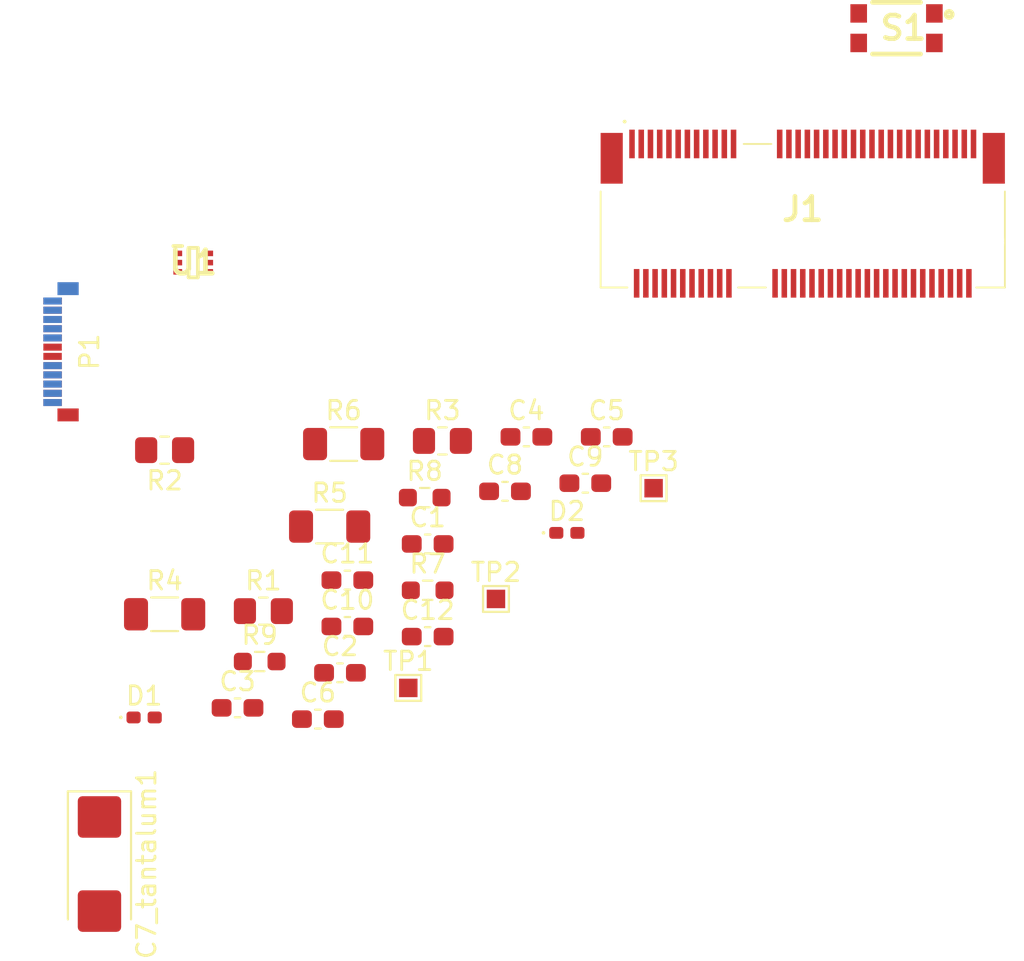
<source format=kicad_pcb>
(kicad_pcb (version 20211014) (generator pcbnew)
  (layers (0 "F.Cu" signal) (31 "B.Cu" signal) (34 "B.Paste" user) (35 "F.Paste" user) (36 "B.SilkS" user "B.Silkscreen") (37 "F.SilkS" user "F.Silkscreen") (38 "B.Mask" user) (39 "F.Mask" user) (44 "Edge.Cuts" user))
  (net 0 "")
  (net 1 "Net-(C1-Pad1)")
  (net 2 "Net-(C1-Pad2)")
  (net 3 "Net-(C2-Pad1)")
  (net 4 "Net-(C3-Pad2)")
  (net 5 "Net-(C4-Pad2)")
  (net 6 "Net-(C5-Pad2)")
  (net 7 "Net-(C6-Pad2)")
  (net 8 "Net-(C12-Pad1)")
  (net 9 "Net-(D1-Pad1)")
  (net 10 "Net-(D1-Pad2)")
  (net 11 "Net-(D2-Pad2)")
  (net 13 "Net-(J1-Pad7)")
  (net 14 "Net-(J1-Pad9)")
  (net 17 "Net-(R1-Pad2)")
  (net 18 "Net-(R3-Pad1)")
  (net 19 "Net-(R4-Pad1)")
  (net 20 "Net-(R5-Pad1)")
  (net 21 "Net-(R6-Pad1)")
  (net 22 "Net-(J1-Pad6)")
  (net 23 "Net-(J1-Pad23)")
  (net 55 "Net-(J1-Pad66)")
  (footprint "Capacitor_Tantalum_SMD:CP_EIA-6032-28_Kemet-C_Pad2.25x2.35mm_HandSolder" (layer "F.Cu") (at 17.78 68.14 -90)
    (fp_text reference "C7_tantalum1" (at 0 -2.55 90) (layer "F.SilkS"))
    (fp_text value "100uF")
    (fp_line (start -3.935 1.71) (end 3 1.71) (layer "F.SilkS") (width 0.12))
    (fp_line (start 3 -1.71) (end -3.935 -1.71) (layer "F.SilkS") (width 0.12))
    (fp_line (start -3.935 -1.71) (end -3.935 1.71) (layer "F.SilkS") (width 0.12))
    (pad "1" smd roundrect (at -2.55 0 270) (size 2.25 2.35) (layers "F.Cu" "F.Paste" "F.Mask") (roundrect_rratio 0.111111) (net 1 "Net-(C1-Pad1)"))
    (pad "2" smd roundrect (at 2.55 0 270) (size 2.25 2.35) (layers "F.Cu" "F.Paste" "F.Mask") (roundrect_rratio 0.111111) (net 2 "Net-(C1-Pad2)"))
  )
  (footprint "Capacitor_SMD:C_0603_1608Metric_Pad1.08x0.95mm_HandSolder" (layer "F.Cu") (at 31.21 55.27)
    (fp_text reference "C10" (at 0 -1.43) (layer "F.SilkS"))
    (fp_text value "33pF")
    (fp_line (start -0.146267 -0.51) (end 0.146267 -0.51) (layer "F.SilkS") (width 0.12))
    (fp_line (start -0.146267 0.51) (end 0.146267 0.51) (layer "F.SilkS") (width 0.12))
    (pad "1" smd roundrect (at -0.8625 0) (size 1.075 0.95) (layers "F.Cu" "F.Paste" "F.Mask") (net 1 "Net-(C1-Pad1)"))
    (pad "2" smd roundrect (at 0.8625 0) (size 1.075 0.95) (layers "F.Cu" "F.Paste" "F.Mask") (net 2 "Net-(C1-Pad2)"))
  )
  (footprint "TestPoint:TestPoint_Pad_1.0x1.0mm" (layer "F.Cu") (at 34.51 58.6)
    (fp_text reference "TP1" (at 0 -1.448) (layer "F.SilkS"))
    (fp_text value "VCC")
    (fp_line (start -0.7 -0.7) (end 0.7 -0.7) (layer "F.SilkS") (width 0.12))
    (fp_line (start 0.7 0.7) (end -0.7 0.7) (layer "F.SilkS") (width 0.12))
    (fp_line (start -0.7 0.7) (end -0.7 -0.7) (layer "F.SilkS") (width 0.12))
    (fp_line (start 0.7 -0.7) (end 0.7 0.7) (layer "F.SilkS") (width 0.12))
    (pad "1" smd rect (at 0 0) (size 1 1) (layers "F.Cu" "F.Mask") (net 1 "Net-(C1-Pad1)"))
  )
  (footprint "Resistor_SMD:R_1206_3216Metric_Pad1.30x1.75mm_HandSolder" (layer "F.Cu") (at 31.01 45.39)
    (fp_text reference "R6" (at 0 -1.82) (layer "F.SilkS"))
    (fp_text value "47R")
    (fp_line (start -0.727064 0.91) (end 0.727064 0.91) (layer "F.SilkS") (width 0.12))
    (fp_line (start -0.727064 -0.91) (end 0.727064 -0.91) (layer "F.SilkS") (width 0.12))
    (pad "1" smd roundrect (at -1.55 0) (size 1.3 1.75) (layers "F.Cu" "F.Paste" "F.Mask") (roundrect_rratio 0.192308) (net 21 "Net-(R6-Pad1)"))
    (pad "2" smd roundrect (at 1.55 0) (size 1.3 1.75) (layers "F.Cu" "F.Paste" "F.Mask") (roundrect_rratio 0.192308) (net 5 "Net-(C4-Pad2)"))
  )
  (footprint "Resistor_SMD:R_0603_1608Metric_Pad0.98x0.95mm_HandSolder" (layer "F.Cu") (at 35.56 53.31)
    (fp_text reference "R7" (at 0 -1.43) (layer "F.SilkS"))
    (fp_text value "330R")
    (fp_line (start -0.254724 -0.5225) (end 0.254724 -0.5225) (layer "F.SilkS") (width 0.12))
    (fp_line (start -0.254724 0.5225) (end 0.254724 0.5225) (layer "F.SilkS") (width 0.12))
    (pad "1" smd roundrect (at -0.9125 0) (size 0.975 0.95) (layers "F.Cu" "F.Paste" "F.Mask") (net 1 "Net-(C1-Pad1)"))
    (pad "2" smd roundrect (at 0.9125 0) (size 0.975 0.95) (layers "F.Cu" "F.Paste" "F.Mask") (net 10 "Net-(D1-Pad2)"))
  )
  (footprint "Capacitor_SMD:C_0603_1608Metric_Pad1.08x0.95mm_HandSolder" (layer "F.Cu") (at 45.26 45)
    (fp_text reference "C5" (at 0 -1.43) (layer "F.SilkS"))
    (fp_text value "33pF")
    (fp_line (start -0.146267 0.51) (end 0.146267 0.51) (layer "F.SilkS") (width 0.12))
    (fp_line (start -0.146267 -0.51) (end 0.146267 -0.51) (layer "F.SilkS") (width 0.12))
    (pad "1" smd roundrect (at -0.8625 0) (size 1.075 0.95) (layers "F.Cu" "F.Paste" "F.Mask") (net 2 "Net-(C1-Pad2)"))
    (pad "2" smd roundrect (at 0.8625 0) (size 1.075 0.95) (layers "F.Cu" "F.Paste" "F.Mask") (net 6 "Net-(C5-Pad2)"))
  )
  (footprint "Capacitor_SMD:C_0603_1608Metric_Pad1.08x0.95mm_HandSolder" (layer "F.Cu") (at 39.75 47.95)
    (fp_text reference "C8" (at 0 -1.43) (layer "F.SilkS"))
    (fp_text value "1uF")
    (fp_line (start -0.146267 0.51) (end 0.146267 0.51) (layer "F.SilkS") (width 0.12))
    (fp_line (start -0.146267 -0.51) (end 0.146267 -0.51) (layer "F.SilkS") (width 0.12))
    (pad "1" smd roundrect (at -0.8625 0) (size 1.075 0.95) (layers "F.Cu" "F.Paste" "F.Mask") (net 1 "Net-(C1-Pad1)"))
    (pad "2" smd roundrect (at 0.8625 0) (size 1.075 0.95) (layers "F.Cu" "F.Paste" "F.Mask") (net 2 "Net-(C1-Pad2)"))
  )
  (footprint "Capacitor_SMD:C_0603_1608Metric_Pad1.08x0.95mm_HandSolder" (layer "F.Cu") (at 29.61 60.29)
    (fp_text reference "C6" (at 0 -1.43) (layer "F.SilkS"))
    (fp_text value "100nF")
    (fp_line (start -0.146267 0.51) (end 0.146267 0.51) (layer "F.SilkS") (width 0.12))
    (fp_line (start -0.146267 -0.51) (end 0.146267 -0.51) (layer "F.SilkS") (width 0.12))
    (pad "1" smd roundrect (at -0.8625 0) (size 1.075 0.95) (layers "F.Cu" "F.Paste" "F.Mask") (net 2 "Net-(C1-Pad2)"))
    (pad "2" smd roundrect (at 0.8625 0) (size 1.075 0.95) (layers "F.Cu" "F.Paste" "F.Mask") (net 7 "Net-(C6-Pad2)"))
  )
  (footprint "Diode_SMD:D_0402_1005Metric_Pad0.77x0.64mm_HandSolder" (layer "F.Cu") (at 43.1 50.2)
    (fp_text reference "D2" (at 0 -1.17) (layer "F.SilkS"))
    (fp_text value "LED_VCC")
    (fp_circle (center -1.265 0) (end -1.215 0) (layer "F.SilkS") (width 0.1) (fill none))
    (pad "1" smd roundrect (at -0.5725 0) (size 0.765 0.64) (layers "F.Cu" "F.Paste" "F.Mask") (net 2 "Net-(C1-Pad2)"))
    (pad "2" smd roundrect (at 0.5725 0) (size 0.765 0.64) (layers "F.Cu" "F.Paste" "F.Mask") (net 11 "Net-(D2-Pad2)"))
  )
  (footprint "Resistor_SMD:R_1206_3216Metric_Pad1.30x1.75mm_HandSolder" (layer "F.Cu") (at 21.31 54.61)
    (fp_text reference "R4" (at 0 -1.82) (layer "F.SilkS"))
    (fp_text value "47R")
    (fp_line (start -0.727064 0.91) (end 0.727064 0.91) (layer "F.SilkS") (width 0.12))
    (fp_line (start -0.727064 -0.91) (end 0.727064 -0.91) (layer "F.SilkS") (width 0.12))
    (pad "1" smd roundrect (at -1.55 0) (size 1.3 1.75) (layers "F.Cu" "F.Paste" "F.Mask") (roundrect_rratio 0.192308) (net 19 "Net-(R4-Pad1)"))
    (pad "2" smd roundrect (at 1.55 0) (size 1.3 1.75) (layers "F.Cu" "F.Paste" "F.Mask") (roundrect_rratio 0.192308) (net 6 "Net-(C5-Pad2)"))
  )
  (footprint "Capacitor_SMD:C_0603_1608Metric_Pad1.08x0.95mm_HandSolder" (layer "F.Cu") (at 40.91 45)
    (fp_text reference "C4" (at 0 -1.43) (layer "F.SilkS"))
    (fp_text value "33pF")
    (fp_line (start -0.146267 -0.51) (end 0.146267 -0.51) (layer "F.SilkS") (width 0.12))
    (fp_line (start -0.146267 0.51) (end 0.146267 0.51) (layer "F.SilkS") (width 0.12))
    (pad "1" smd roundrect (at -0.8625 0) (size 1.075 0.95) (layers "F.Cu" "F.Paste" "F.Mask") (net 2 "Net-(C1-Pad2)"))
    (pad "2" smd roundrect (at 0.8625 0) (size 1.075 0.95) (layers "F.Cu" "F.Paste" "F.Mask") (net 5 "Net-(C4-Pad2)"))
  )
  (footprint "TestPoint:TestPoint_Pad_1.0x1.0mm" (layer "F.Cu") (at 47.8 47.78)
    (fp_text reference "TP3" (at 0 -1.448) (layer "F.SilkS"))
    (fp_text value "PGOOD")
    (fp_line (start -0.7 -0.7) (end 0.7 -0.7) (layer "F.SilkS") (width 0.12))
    (fp_line (start 0.7 0.7) (end -0.7 0.7) (layer "F.SilkS") (width 0.12))
    (fp_line (start -0.7 0.7) (end -0.7 -0.7) (layer "F.SilkS") (width 0.12))
    (fp_line (start 0.7 -0.7) (end 0.7 0.7) (layer "F.SilkS") (width 0.12))
    (pad "1" smd rect (at 0 0) (size 1 1) (layers "F.Cu" "F.Mask") (net 18 "Net-(R3-Pad1)"))
  )
  (footprint "Capacitor_SMD:C_0603_1608Metric_Pad1.08x0.95mm_HandSolder" (layer "F.Cu") (at 31.21 52.76)
    (fp_text reference "C11" (at 0 -1.43) (layer "F.SilkS"))
    (fp_text value "10pF")
    (fp_line (start -0.146267 0.51) (end 0.146267 0.51) (layer "F.SilkS") (width 0.12))
    (fp_line (start -0.146267 -0.51) (end 0.146267 -0.51) (layer "F.SilkS") (width 0.12))
    (pad "1" smd roundrect (at -0.8625 0) (size 1.075 0.95) (layers "F.Cu" "F.Paste" "F.Mask") (net 1 "Net-(C1-Pad1)"))
    (pad "2" smd roundrect (at 0.8625 0) (size 1.075 0.95) (layers "F.Cu" "F.Paste" "F.Mask") (net 2 "Net-(C1-Pad2)"))
  )
  (footprint "Capacitor_SMD:C_0603_1608Metric_Pad1.08x0.95mm_HandSolder" (layer "F.Cu") (at 35.56 50.8)
    (fp_text reference "C1" (at 0 -1.43) (layer "F.SilkS"))
    (fp_text value "22uF")
    (fp_line (start -0.146267 0.51) (end 0.146267 0.51) (layer "F.SilkS") (width 0.12))
    (fp_line (start -0.146267 -0.51) (end 0.146267 -0.51) (layer "F.SilkS") (width 0.12))
    (pad "1" smd roundrect (at -0.8625 0) (size 1.075 0.95) (layers "F.Cu" "F.Paste" "F.Mask") (net 1 "Net-(C1-Pad1)"))
    (pad "2" smd roundrect (at 0.8625 0) (size 1.075 0.95) (layers "F.Cu" "F.Paste" "F.Mask") (net 2 "Net-(C1-Pad2)"))
  )
  (footprint "TPS:SOTFL50P160X60-6N" (layer "F.Cu") (at 22.86 35.56)
    (fp_text reference "U1" (at 0 0) (layer "F.SilkS") (effects (font (size 1.27 1.27) (thickness 0.254))))
    (fp_text value "TPS62A02ADRLR" hide)
    (fp_line (start -0.25 0.8) (end -0.25 -0.8) (layer "F.SilkS") (width 0.2))
    (fp_line (start 0.25 -0.8) (end 0.25 0.8) (layer "F.SilkS") (width 0.2))
    (fp_line (start -0.25 -0.8) (end 0.25 -0.8) (layer "F.SilkS") (width 0.2))
    (fp_line (start -1.075 -0.9) (end -0.6 -0.9) (layer "F.SilkS") (width 0.2))
    (fp_line (start 0.25 0.8) (end -0.25 0.8) (layer "F.SilkS") (width 0.2))
    (pad "1" smd rect locked (at -0.838 -0.5 90) (size 0.3 0.475) (layers "F.Cu" "F.Paste" "F.Mask") (net 2 "Net-(C1-Pad2)"))
    (pad "2" smd rect locked (at -0.838 0 90) (size 0.3 0.475) (layers "F.Cu" "F.Paste" "F.Mask") (net 1 "Net-(C1-Pad1)"))
    (pad "3" smd rect locked (at -0.838 0.5 90) (size 0.3 0.475) (layers "F.Cu" "F.Paste" "F.Mask") (net 3 "Net-(C2-Pad1)"))
    (pad "4" smd rect locked (at 0.838 0.5 90) (size 0.3 0.475) (layers "F.Cu" "F.Paste" "F.Mask") (net 3 "Net-(C2-Pad1)"))
    (pad "5" smd rect locked (at 0.838 0 90) (size 0.3 0.475) (layers "F.Cu" "F.Paste" "F.Mask") (net 17 "Net-(R1-Pad2)"))
    (pad "6" smd rect locked (at 0.838 -0.5 90) (size 0.3 0.475) (layers "F.Cu" "F.Paste" "F.Mask") (net 18 "Net-(R3-Pad1)"))
  )
  (footprint "Connector_USB:USB_C_Plug_Molex_105444" (layer "F.Cu") (at 15.2 40.39 90)
    (fp_text reference "P1" (at 0 2.04 90) (layer "F.SilkS"))
    (fp_text value "USB_C_Plug_USB2.0")
    (pad "A1" smd rect (at -2.75 0.04 90) (size 0.38 1) (layers "F.Cu" "F.Paste" "F.Mask") (net 2 "Net-(C1-Pad2)"))
    (pad "A2" smd rect (at -2.25 0.04 90) (size 0.38 1) (layers "F.Cu" "F.Paste" "F.Mask"))
    (pad "A3" smd rect (at -1.75 0.04 90) (size 0.38 1) (layers "F.Cu" "F.Paste" "F.Mask"))
    (pad "A4" smd rect (at -1.25 0.04 90) (size 0.38 1) (layers "F.Cu" "F.Paste" "F.Mask") (net 3 "Net-(C2-Pad1)"))
    (pad "A5" smd rect (at -0.75 0.04 90) (size 0.38 1) (layers "F.Cu" "F.Paste" "F.Mask"))
    (pad "A6" smd rect (at -0.25 0.04 90) (size 0.38 1) (layers "F.Cu" "F.Paste" "F.Mask") (net 13 "Net-(J1-Pad7)"))
    (pad "A7" smd rect (at 0.25 0.04 90) (size 0.38 1) (layers "F.Cu" "F.Paste" "F.Mask") (net 14 "Net-(J1-Pad9)"))
    (pad "A8" smd rect (at 0.75 0.04 90) (size 0.38 1) (layers "F.Cu" "F.Paste" "F.Mask"))
    (pad "A9" smd rect (at 1.25 0.04 90) (size 0.38 1) (layers "F.Cu" "F.Paste" "F.Mask") (net 3 "Net-(C2-Pad1)"))
    (pad "A10" smd rect (at 1.75 0.04 90) (size 0.38 1) (layers "F.Cu" "F.Paste" "F.Mask"))
    (pad "A11" smd rect (at 2.25 0.04 90) (size 0.38 1) (layers "F.Cu" "F.Paste" "F.Mask"))
    (pad "A12" smd rect (at 2.75 0.04 90) (size 0.38 1) (layers "F.Cu" "F.Paste" "F.Mask") (net 2 "Net-(C1-Pad2)"))
    (pad "B1" smd rect (at 2.75 0.04 90) (size 0.38 1) (layers "B.Cu" "B.Paste" "B.Mask") (net 2 "Net-(C1-Pad2)"))
    (pad "B2" smd rect (at 2.25 0.04 90) (size 0.38 1) (layers "B.Cu" "B.Paste" "B.Mask"))
    (pad "B3" smd rect (at 1.75 0.04 90) (size 0.38 1) (layers "B.Cu" "B.Paste" "B.Mask"))
    (pad "B4" smd rect (at 1.25 0.04 90) (size 0.38 1) (layers "B.Cu" "B.Paste" "B.Mask") (net 3 "Net-(C2-Pad1)"))
    (pad "B5" smd rect (at 0.75 0.04 90) (size 0.38 1) (layers "B.Cu" "B.Paste" "B.Mask"))
    (pad "B8" smd rect (at -0.75 0.04 90) (size 0.38 1) (layers "B.Cu" "B.Paste" "B.Mask"))
    (pad "B9" smd rect (at -1.25 0.04 90) (size 0.38 1) (layers "B.Cu" "B.Paste" "B.Mask") (net 3 "Net-(C2-Pad1)"))
    (pad "B10" smd rect (at -1.75 0.04 90) (size 0.38 1) (layers "B.Cu" "B.Paste" "B.Mask"))
    (pad "B11" smd rect (at -2.25 0.04 90) (size 0.38 1) (layers "B.Cu" "B.Paste" "B.Mask"))
    (pad "B12" smd rect (at -2.75 0.04 90) (size 0.38 1) (layers "B.Cu" "B.Paste" "B.Mask") (net 2 "Net-(C1-Pad2)"))
    (pad "S1" smd rect (at 3.42 0.88 90) (size 0.7 1.15) (layers "B.Cu" "B.Paste" "B.Mask"))
    (pad "S1" smd rect (at -3.42 0.88 90) (size 0.7 1.15) (layers "F.Cu" "F.Paste" "F.Mask"))
  )
  (footprint "Diode_SMD:D_0402_1005Metric_Pad0.77x0.64mm_HandSolder" (layer "F.Cu") (at 20.2 60.2)
    (fp_text reference "D1" (at 0 -1.17) (layer "F.SilkS"))
    (fp_text value "LED_WWAN")
    (fp_circle (center -1.265 0) (end -1.215 0) (layer "F.SilkS") (width 0.1) (fill none))
    (pad "1" smd roundrect (at -0.5725 0) (size 0.765 0.64) (layers "F.Cu" "F.Paste" "F.Mask") (net 9 "Net-(D1-Pad1)"))
    (pad "2" smd roundrect (at 0.5725 0) (size 0.765 0.64) (layers "F.Cu" "F.Paste" "F.Mask") (net 10 "Net-(D1-Pad2)"))
  )
  (footprint "Resistor_SMD:R_0603_1608Metric_Pad0.98x0.95mm_HandSolder" (layer "F.Cu") (at 26.46 57.17)
    (fp_text reference "R9" (at 0 -1.43) (layer "F.SilkS"))
    (fp_text value "330R")
    (fp_line (start -0.254724 -0.5225) (end 0.254724 -0.5225) (layer "F.SilkS") (width 0.12))
    (fp_line (start -0.254724 0.5225) (end 0.254724 0.5225) (layer "F.SilkS") (width 0.12))
    (pad "1" smd roundrect (at -0.9125 0) (size 0.975 0.95) (layers "F.Cu" "F.Paste" "F.Mask") (net 1 "Net-(C1-Pad1)"))
    (pad "2" smd roundrect (at 0.9125 0) (size 0.975 0.95) (layers "F.Cu" "F.Paste" "F.Mask") (net 22 "Net-(J1-Pad6)"))
  )
  (footprint "NGFF:21991194" (layer "F.Cu") (at 55.88 33.02)
    (fp_text reference "J1" (at 0 -0.356) (layer "F.SilkS") (effects (font (size 1.27 1.27) (thickness 0.254))))
    (fp_text value "Bus_M.2_Socket_B" hide)
    (fp_line (start 10.95 3.888) (end 9.4 3.888) (layer "F.SilkS") (width 0.1))
    (fp_line (start -10.95 3.888) (end -9.5 3.888) (layer "F.SilkS") (width 0.1))
    (fp_line (start -9.6 -5.1) (end -9.6 -5.1) (layer "F.SilkS") (width 0.1))
    (fp_line (start -3.2 -3.888) (end -1.7 -3.888) (layer "F.SilkS") (width 0.1))
    (fp_line (start 10.95 -1.312) (end 10.95 3.888) (layer "F.SilkS") (width 0.1))
    (fp_line (start -10.95 -1.312) (end -10.95 3.888) (layer "F.SilkS") (width 0.1))
    (fp_line (start -3.5 3.888) (end -2 3.888) (layer "F.SilkS") (width 0.1))
    (fp_line (start -9.7 -5.1) (end -9.7 -5.1) (layer "F.SilkS") (width 0.1))
    (fp_arc (start -9.7 -5.1) (mid -9.65 -5.15) (end -9.6 -5.1) (layer "F.SilkS") (width 0.1))
    (fp_arc (start -9.6 -5.1) (mid -9.65 -5.05) (end -9.7 -5.1) (layer "F.SilkS") (width 0.1))
    (pad "" np_thru_hole circle locked (at -10 1.387) (size 1.15 1.15) (drill 1.15) (layers *.Cu *.Mask))
    (pad "" np_thru_hole circle locked (at 10 1.387) (size 1.65 1.65) (drill 1.65) (layers *.Cu *.Mask))
    (pad "1" smd rect locked (at -9.25 -3.888) (size 0.3 1.55) (layers "F.Cu" "F.Paste" "F.Mask"))
    (pad "2" smd rect locked (at -9 3.662) (size 0.3 1.55) (layers "F.Cu" "F.Paste" "F.Mask") (net 1 "Net-(C1-Pad1)"))
    (pad "3" smd rect locked (at -8.75 -3.888) (size 0.3 1.55) (layers "F.Cu" "F.Paste" "F.Mask") (net 2 "Net-(C1-Pad2)"))
    (pad "4" smd rect locked (at -8.5 3.662) (size 0.3 1.55) (layers "F.Cu" "F.Paste" "F.Mask") (net 1 "Net-(C1-Pad1)"))
    (pad "5" smd rect locked (at -8.25 -3.888) (size 0.3 1.55) (layers "F.Cu" "F.Paste" "F.Mask") (net 2 "Net-(C1-Pad2)"))
    (pad "6" smd rect locked (at -8 3.662) (size 0.3 1.55) (layers "F.Cu" "F.Paste" "F.Mask") (net 22 "Net-(J1-Pad6)"))
    (pad "7" smd rect locked (at -7.75 -3.888) (size 0.3 1.55) (layers "F.Cu" "F.Paste" "F.Mask") (net 13 "Net-(J1-Pad7)"))
    (pad "8" smd rect locked (at -7.5 3.662) (size 0.3 1.55) (layers "F.Cu" "F.Paste" "F.Mask"))
    (pad "9" smd rect locked (at -7.25 -3.888) (size 0.3 1.55) (layers "F.Cu" "F.Paste" "F.Mask") (net 14 "Net-(J1-Pad9)"))
    (pad "10" smd rect locked (at -7 3.662) (size 0.3 1.55) (layers "F.Cu" "F.Paste" "F.Mask") (net 9 "Net-(D1-Pad1)"))
    (pad "11" smd rect locked (at -6.75 -3.888) (size 0.3 1.55) (layers "F.Cu" "F.Paste" "F.Mask") (net 2 "Net-(C1-Pad2)"))
    (pad "12" smd rect locked (at -6.5 3.662) (size 0.3 1.55) (layers "F.Cu" "F.Paste" "F.Mask"))
    (pad "13" smd rect locked (at -6.25 -3.888) (size 0.3 1.55) (layers "F.Cu" "F.Paste" "F.Mask"))
    (pad "14" smd rect locked (at -6 3.662) (size 0.3 1.55) (layers "F.Cu" "F.Paste" "F.Mask"))
    (pad "15" smd rect locked (at -5.75 -3.888) (size 0.3 1.55) (layers "F.Cu" "F.Paste" "F.Mask"))
    (pad "16" smd rect locked (at -5.5 3.662) (size 0.3 1.55) (layers "F.Cu" "F.Paste" "F.Mask"))
    (pad "17" smd rect locked (at -5.25 -3.888) (size 0.3 1.55) (layers "F.Cu" "F.Paste" "F.Mask"))
    (pad "18" smd rect locked (at -5 3.662) (size 0.3 1.55) (layers "F.Cu" "F.Paste" "F.Mask"))
    (pad "19" smd rect locked (at -4.75 -3.888) (size 0.3 1.55) (layers "F.Cu" "F.Paste" "F.Mask"))
    (pad "20" smd rect locked (at -4.5 3.662) (size 0.3 1.55) (layers "F.Cu" "F.Paste" "F.Mask"))
    (pad "21" smd rect locked (at -4.25 -3.888) (size 0.3 1.55) (layers "F.Cu" "F.Paste" "F.Mask"))
    (pad "22" smd rect locked (at -4 3.662) (size 0.3 1.55) (layers "F.Cu" "F.Paste" "F.Mask"))
    (pad "23" smd rect locked (at -3.75 -3.888) (size 0.3 1.55) (layers "F.Cu" "F.Paste" "F.Mask") (net 23 "Net-(J1-Pad23)"))
    (pad "32" smd rect locked (at -1.5 3.662) (size 0.3 1.55) (layers "F.Cu" "F.Paste" "F.Mask") (net 5 "Net-(C4-Pad2)"))
    (pad "33" smd rect locked (at -1.25 -3.888) (size 0.3 1.55) (layers "F.Cu" "F.Paste" "F.Mask") (net 2 "Net-(C1-Pad2)"))
    (pad "34" smd rect locked (at -1 3.662) (size 0.3 1.55) (layers "F.Cu" "F.Paste" "F.Mask") (net 6 "Net-(C5-Pad2)"))
    (pad "35" smd rect locked (at -0.75 -3.888) (size 0.3 1.55) (layers "F.Cu" "F.Paste" "F.Mask"))
    (pad "36" smd rect locked (at -0.5 3.662) (size 0.3 1.55) (layers "F.Cu" "F.Paste" "F.Mask") (net 7 "Net-(C6-Pad2)"))
    (pad "37" smd rect locked (at -0.25 -3.888) (size 0.3 1.55) (layers "F.Cu" "F.Paste" "F.Mask"))
    (pad "38" smd rect locked (at 0 3.662) (size 0.3 1.55) (layers "F.Cu" "F.Paste" "F.Mask"))
    (pad "39" smd rect locked (at 0.25 -3.888) (size 0.3 1.55) (layers "F.Cu" "F.Paste" "F.Mask") (net 2 "Net-(C1-Pad2)"))
    (pad "40" smd rect locked (at 0.5 3.662) (size 0.3 1.55) (layers "F.Cu" "F.Paste" "F.Mask"))
    (pad "41" smd rect locked (at 0.75 -3.888) (size 0.3 1.55) (layers "F.Cu" "F.Paste" "F.Mask"))
    (pad "42" smd rect locked (at 1 3.662) (size 0.3 1.55) (layers "F.Cu" "F.Paste" "F.Mask"))
    (pad "43" smd rect locked (at 1.25 -3.888) (size 0.3 1.55) (layers "F.Cu" "F.Paste" "F.Mask"))
    (pad "44" smd rect locked (at 1.5 3.662) (size 0.3 1.55) (layers "F.Cu" "F.Paste" "F.Mask"))
    (pad "45" smd rect locked (at 1.75 -3.888) (size 0.3 1.55) (layers "F.Cu" "F.Paste" "F.Mask") (net 2 "Net-(C1-Pad2)"))
    (pad "46" smd rect locked (at 2 3.662) (size 0.3 1.55) (layers "F.Cu" "F.Paste" "F.Mask"))
    (pad "47" smd rect locked (at 2.25 -3.888) (size 0.3 1.55) (layers "F.Cu" "F.Paste" "F.Mask"))
    (pad "48" smd rect locked (at 2.5 3.662) (size 0.3 1.55) (layers "F.Cu" "F.Paste" "F.Mask"))
    (pad "49" smd rect locked (at 2.75 -3.888) (size 0.3 1.55) (layers "F.Cu" "F.Paste" "F.Mask"))
    (pad "50" smd rect locked (at 3 3.662) (size 0.3 1.55) (layers "F.Cu" "F.Paste" "F.Mask"))
    (pad "51" smd rect locked (at 3.25 -3.888) (size 0.3 1.55) (layers "F.Cu" "F.Paste" "F.Mask") (net 2 "Net-(C1-Pad2)"))
    (pad "52" smd rect locked (at 3.5 3.662) (size 0.3 1.55) (layers "F.Cu" "F.Paste" "F.Mask"))
    (pad "53" smd rect locked (at 3.75 -3.888) (size 0.3 1.55) (layers "F.Cu" "F.Paste" "F.Mask"))
    (pad "54" smd rect locked (at 4 3.662) (size 0.3 1.55) (layers "F.Cu" "F.Paste" "F.Mask"))
    (pad "55" smd rect locked (at 4.25 -3.888) (size 0.3 1.55) (layers "F.Cu" "F.Paste" "F.Mask"))
    (pad "56" smd rect locked (at 4.5 3.662) (size 0.3 1.55) (layers "F.Cu" "F.Paste" "F.Mask"))
    (pad "57" smd rect locked (at 4.75 -3.888) (size 0.3 1.55) (layers "F.Cu" "F.Paste" "F.Mask") (net 2 "Net-(C1-Pad2)"))
    (pad "58" smd rect locked (at 5 3.662) (size 0.3 1.55) (layers "F.Cu" "F.Paste" "F.Mask"))
    (pad "59" smd rect locked (at 5.25 -3.888) (size 0.3 1.55) (layers "F.Cu" "F.Paste" "F.Mask"))
    (pad "60" smd rect locked (at 5.5 3.662) (size 0.3 1.55) (layers "F.Cu" "F.Paste" "F.Mask"))
    (pad "61" smd rect locked (at 5.75 -3.888) (size 0.3 1.55) (layers "F.Cu" "F.Paste" "F.Mask"))
    (pad "62" smd rect locked (at 6 3.662) (size 0.3 1.55) (layers "F.Cu" "F.Paste" "F.Mask"))
    (pad "63" smd rect locked (at 6.25 -3.888) (size 0.3 1.55) (layers "F.Cu" "F.Paste" "F.Mask"))
    (pad "64" smd rect locked (at 6.5 3.662) (size 0.3 1.55) (layers "F.Cu" "F.Paste" "F.Mask"))
    (pad "65" smd rect locked (at 6.75 -3.888) (size 0.3 1.55) (layers "F.Cu" "F.Paste" "F.Mask"))
    (pad "66" smd rect locked (at 7 3.662) (size 0.3 1.55) (layers "F.Cu" "F.Paste" "F.Mask") (net 55 "Net-(J1-Pad66)"))
    (pad "67" smd rect locked (at 7.25 -3.888) (size 0.3 1.55) (layers "F.Cu" "F.Paste" "F.Mask") (net 8 "Net-(C12-Pad1)"))
    (pad "68" smd rect locked (at 7.5 3.662) (size 0.3 1.55) (layers "F.Cu" "F.Paste" "F.Mask"))
    (pad "69" smd rect locked (at 7.75 -3.888) (size 0.3 1.55) (layers "F.Cu" "F.Paste" "F.Mask"))
    (pad "70" smd rect locked (at 8 3.662) (size 0.3 1.55) (layers "F.Cu" "F.Paste" "F.Mask") (net 1 "Net-(C1-Pad1)"))
    (pad "71" smd rect locked (at 8.25 -3.888) (size 0.3 1.55) (layers "F.Cu" "F.Paste" "F.Mask") (net 2 "Net-(C1-Pad2)"))
    (pad "72" smd rect locked (at 8.5 3.662) (size 0.3 1.55) (layers "F.Cu" "F.Paste" "F.Mask") (net 1 "Net-(C1-Pad1)"))
    (pad "73" smd rect locked (at 8.75 -3.888) (size 0.3 1.55) (layers "F.Cu" "F.Paste" "F.Mask") (net 2 "Net-(C1-Pad2)"))
    (pad "74" smd rect locked (at 9 3.662) (size 0.3 1.55) (layers "F.Cu" "F.Paste" "F.Mask") (net 1 "Net-(C1-Pad1)"))
    (pad "75" smd rect locked (at 9.25 -3.888) (size 0.3 1.55) (layers "F.Cu" "F.Paste" "F.Mask"))
    (pad "MP1" smd rect locked (at -10.35 -3.112) (size 1.2 2.75) (layers "F.Cu" "F.Paste" "F.Mask"))
    (pad "MP2" smd rect locked (at 10.35 -3.112) (size 1.2 2.75) (layers "F.Cu" "F.Paste" "F.Mask"))
  )
  (footprint "Capacitor_SMD:C_0603_1608Metric_Pad1.08x0.95mm_HandSolder" (layer "F.Cu") (at 44.1 47.51)
    (fp_text reference "C9" (at 0 -1.43) (layer "F.SilkS"))
    (fp_text value "100nF")
    (fp_line (start -0.146267 0.51) (end 0.146267 0.51) (layer "F.SilkS") (width 0.12))
    (fp_line (start -0.146267 -0.51) (end 0.146267 -0.51) (layer "F.SilkS") (width 0.12))
    (pad "1" smd roundrect (at -0.8625 0) (size 1.075 0.95) (layers "F.Cu" "F.Paste" "F.Mask") (net 1 "Net-(C1-Pad1)"))
    (pad "2" smd roundrect (at 0.8625 0) (size 1.075 0.95) (layers "F.Cu" "F.Paste" "F.Mask") (net 2 "Net-(C1-Pad2)"))
  )
  (footprint "Capacitor_SMD:C_0603_1608Metric_Pad1.08x0.95mm_HandSolder" (layer "F.Cu") (at 35.56 55.82)
    (fp_text reference "C12" (at 0 -1.43) (layer "F.SilkS"))
    (fp_text value "33pF")
    (fp_line (start -0.146267 0.51) (end 0.146267 0.51) (layer "F.SilkS") (width 0.12))
    (fp_line (start -0.146267 -0.51) (end 0.146267 -0.51) (layer "F.SilkS") (width 0.12))
    (pad "1" smd roundrect (at -0.8625 0) (size 1.075 0.95) (layers "F.Cu" "F.Paste" "F.Mask") (net 8 "Net-(C12-Pad1)"))
    (pad "2" smd roundrect (at 0.8625 0) (size 1.075 0.95) (layers "F.Cu" "F.Paste" "F.Mask") (net 2 "Net-(C1-Pad2)"))
  )
  (footprint "Resistor_SMD:R_0805_2012Metric_Pad1.20x1.40mm_HandSolder" (layer "F.Cu") (at 26.66 54.44)
    (fp_text reference "R1" (at 0 -1.65) (layer "F.SilkS"))
    (fp_text value "100kR")
    (fp_line (start -0.227064 -0.735) (end 0.227064 -0.735) (layer "F.SilkS") (width 0.12))
    (fp_line (start -0.227064 0.735) (end 0.227064 0.735) (layer "F.SilkS") (width 0.12))
    (pad "1" smd roundrect (at -1 0) (size 1.2 1.4) (layers "F.Cu" "F.Paste" "F.Mask") (roundrect_rratio 0.208333) (net 1 "Net-(C1-Pad1)"))
    (pad "2" smd roundrect (at 1 0) (size 1.2 1.4) (layers "F.Cu" "F.Paste" "F.Mask") (roundrect_rratio 0.208333) (net 17 "Net-(R1-Pad2)"))
  )
  (footprint "TestPoint:TestPoint_Pad_1.0x1.0mm" (layer "F.Cu") (at 39.26 53.78)
    (fp_text reference "TP2" (at 0 -1.448) (layer "F.SilkS"))
    (fp_text value "Wake_WAN")
    (fp_line (start 0.7 0.7) (end -0.7 0.7) (layer "F.SilkS") (width 0.12))
    (fp_line (start -0.7 -0.7) (end 0.7 -0.7) (layer "F.SilkS") (width 0.12))
    (fp_line (start 0.7 -0.7) (end 0.7 0.7) (layer "F.SilkS") (width 0.12))
    (fp_line (start -0.7 0.7) (end -0.7 -0.7) (layer "F.SilkS") (width 0.12))
    (pad "1" smd rect (at 0 0) (size 1 1) (layers "F.Cu" "F.Mask") (net 23 "Net-(J1-Pad23)"))
  )
  (footprint "Resistor_SMD:R_0805_2012Metric_Pad1.20x1.40mm_HandSolder" (layer "F.Cu") (at 21.31 45.72 180)
    (fp_text reference "R2" (at 0 -1.65) (layer "F.SilkS"))
    (fp_text value "400kR")
    (fp_line (start -0.227064 -0.735) (end 0.227064 -0.735) (layer "F.SilkS") (width 0.12))
    (fp_line (start -0.227064 0.735) (end 0.227064 0.735) (layer "F.SilkS") (width 0.12))
    (pad "1" smd roundrect (at -1 0 180) (size 1.2 1.4) (layers "F.Cu" "F.Paste" "F.Mask") (roundrect_rratio 0.208333) (net 17 "Net-(R1-Pad2)"))
    (pad "2" smd roundrect (at 1 0 180) (size 1.2 1.4) (layers "F.Cu" "F.Paste" "F.Mask") (roundrect_rratio 0.208333) (net 2 "Net-(C1-Pad2)"))
  )
  (footprint "KMR:KMR2_1" (layer "F.Cu") (at 60.96 22.86 180)
    (fp_text reference "S1" (at -0.36915 0.01236) (layer "F.SilkS") (effects (font (size 1.27 1.27) (thickness 0.254))))
    (fp_text value "KMR221GLFS" hide)
    (fp_line (start -1.3 -1.4) (end 1.3 -1.4) (layer "F.SilkS") (width 0.254))
    (fp_line (start -1.3 1.4) (end 1.3 1.4) (layer "F.SilkS") (width 0.254))
    (fp_circle (center -2.851 0.748) (end -2.851 0.785) (layer "F.SilkS") (width 0.254) (fill none))
    (pad "1" smd rect locked (at -2.05 0.8 180) (size 0.9 1) (layers "F.Cu" "F.Paste" "F.Mask") (net 8 "Net-(C12-Pad1)"))
    (pad "2" smd rect locked (at 2.05 0.8 180) (size 0.9 1) (layers "F.Cu" "F.Paste" "F.Mask"))
    (pad "3" smd rect locked (at 2.05 -0.8 180) (size 0.9 1) (layers "F.Cu" "F.Paste" "F.Mask") (net 2 "Net-(C1-Pad2)"))
    (pad "4" smd rect locked (at -2.05 -0.8 180) (size 0.9 1) (layers "F.Cu" "F.Paste" "F.Mask"))
  )
  (footprint "Capacitor_SMD:C_0603_1608Metric_Pad1.08x0.95mm_HandSolder" (layer "F.Cu") (at 30.81 57.78)
    (fp_text reference "C2" (at 0 -1.43) (layer "F.SilkS"))
    (fp_text value "4.7uF")
    (fp_line (start -0.146267 -0.51) (end 0.146267 -0.51) (layer "F.SilkS") (width 0.12))
    (fp_line (start -0.146267 0.51) (end 0.146267 0.51) (layer "F.SilkS") (width 0.12))
    (pad "1" smd roundrect (at -0.8625 0) (size 1.075 0.95) (layers "F.Cu" "F.Paste" "F.Mask") (net 3 "Net-(C2-Pad1)"))
    (pad "2" smd roundrect (at 0.8625 0) (size 1.075 0.95) (layers "F.Cu" "F.Paste" "F.Mask") (net 2 "Net-(C1-Pad2)"))
  )
  (footprint "Resistor_SMD:R_1206_3216Metric_Pad1.30x1.75mm_HandSolder" (layer "F.Cu") (at 30.25 49.86)
    (fp_text reference "R5" (at 0 -1.82) (layer "F.SilkS"))
    (fp_text value "47R")
    (fp_line (start -0.727064 -0.91) (end 0.727064 -0.91) (layer "F.SilkS") (width 0.12))
    (fp_line (start -0.727064 0.91) (end 0.727064 0.91) (layer "F.SilkS") (width 0.12))
    (pad "1" smd roundrect (at -1.55 0) (size 1.3 1.75) (layers "F.Cu" "F.Paste" "F.Mask") (roundrect_rratio 0.192308) (net 20 "Net-(R5-Pad1)"))
    (pad "2" smd roundrect (at 1.55 0) (size 1.3 1.75) (layers "F.Cu" "F.Paste" "F.Mask") (roundrect_rratio 0.192308) (net 4 "Net-(C3-Pad2)"))
  )
  (footprint "Capacitor_SMD:C_0603_1608Metric_Pad1.08x0.95mm_HandSolder" (layer "F.Cu") (at 25.26 59.68)
    (fp_text reference "C3" (at 0 -1.43) (layer "F.SilkS"))
    (fp_text value "33pF")
    (fp_line (start -0.146267 -0.51) (end 0.146267 -0.51) (layer "F.SilkS") (width 0.12))
    (fp_line (start -0.146267 0.51) (end 0.146267 0.51) (layer "F.SilkS") (width 0.12))
    (pad "1" smd roundrect (at -0.8625 0) (size 1.075 0.95) (layers "F.Cu" "F.Paste" "F.Mask") (net 2 "Net-(C1-Pad2)"))
    (pad "2" smd roundrect (at 0.8625 0) (size 1.075 0.95) (layers "F.Cu" "F.Paste" "F.Mask") (net 4 "Net-(C3-Pad2)"))
  )
  (footprint "Resistor_SMD:R_0603_1608Metric_Pad0.98x0.95mm_HandSolder" (layer "F.Cu") (at 35.4 48.29)
    (fp_text reference "R8" (at 0 -1.43) (layer "F.SilkS"))
    (fp_text value "330R")
    (fp_line (start -0.254724 0.5225) (end 0.254724 0.5225) (layer "F.SilkS") (width 0.12))
    (fp_line (start -0.254724 -0.5225) (end 0.254724 -0.5225) (layer "F.SilkS") (width 0.12))
    (pad "1" smd roundrect (at -0.9125 0) (size 0.975 0.95) (layers "F.Cu" "F.Paste" "F.Mask") (net 1 "Net-(C1-Pad1)"))
    (pad "2" smd roundrect (at 0.9125 0) (size 0.975 0.95) (layers "F.Cu" "F.Paste" "F.Mask") (net 11 "Net-(D2-Pad2)"))
  )
  (footprint "Resistor_SMD:R_0805_2012Metric_Pad1.20x1.40mm_HandSolder" (layer "F.Cu") (at 36.36 45.22)
    (fp_text reference "R3" (at 0 -1.65) (layer "F.SilkS"))
    (fp_text value "499k")
    (fp_line (start -0.227064 -0.735) (end 0.227064 -0.735) (layer "F.SilkS") (width 0.12))
    (fp_line (start -0.227064 0.735) (end 0.227064 0.735) (layer "F.SilkS") (width 0.12))
    (pad "1" smd roundrect (at -1 0) (size 1.2 1.4) (layers "F.Cu" "F.Paste" "F.Mask") (roundrect_rratio 0.208333) (net 18 "Net-(R3-Pad1)"))
    (pad "2" smd roundrect (at 1 0) (size 1.2 1.4) (layers "F.Cu" "F.Paste" "F.Mask") (roundrect_rratio 0.208333) (net 3 "Net-(C2-Pad1)"))
  )
)
</source>
